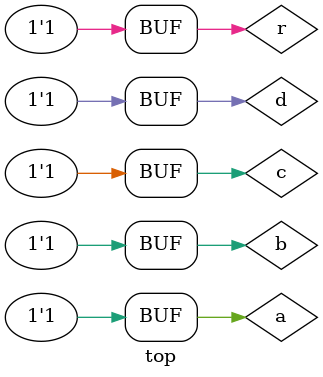
<source format=v>
module top;

reg        a,b,c,d,r;
wire [4:0] out;

tutorial duv(
	.a(a) ,
	.b(b) ,
	.c(c) ,
	.d(d) ,
	.r(r) ,
	.out(out)
);

initial begin
  a = 0;
  b = 0;
  c = 0;
  d = 0;
  r = 0;
  #100
  a = 1;
  b = 0;
  c = 0;
  d = 0;
  r = 1;
  #100
  a = 1;
  b = 1;
  c = 0;
  d = 0;
  r = 1;
  #100 
  a = 1;
  b = 1;
  c = 1;
  d = 1;
  #100;
end

endmodule
</source>
